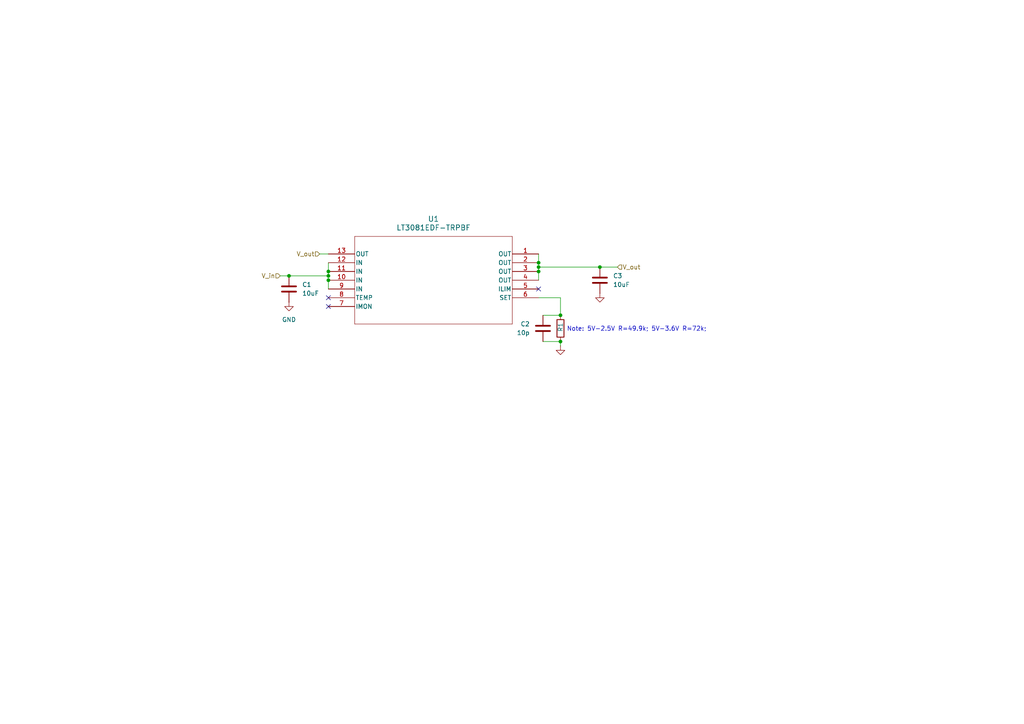
<source format=kicad_sch>
(kicad_sch (version 20250114) (generator "eeschema") (generator_version "9.0")
  (paper "A4")
  (lib_symbols
    (symbol "0_lib:LT3081EDF-TRPBF" (pin_names (offset 0.254))
      (property "Reference" "U" (at 30.48 10.16 0))
      (property "Value" "LT3081EDF-TRPBF" (at 30.48 7.62 0))
      (symbol "LT3081EDF-TRPBF_0_1"
        (polyline (pts (xy 7.62 5.08) (xy 7.62 -20.32)) (stroke (width 0.127)))
        (polyline (pts (xy 7.62 -20.32) (xy 53.34 -20.32)) (stroke (width 0.127)))
        (polyline (pts (xy 53.34 5.08) (xy 7.62 5.08)) (stroke (width 0.127)))
        (polyline (pts (xy 53.34 -20.32) (xy 53.34 5.08)) (stroke (width 0.127)))
        (pin output line (at 0 0 0) (length 7.62) (name "OUT") (number "1"))
        (pin output line (at 0 -2.54 0) (length 7.62) (name "OUT") (number "2"))
        (pin output line (at 0 -5.08 0) (length 7.62) (name "OUT") (number "3"))
        (pin output line (at 0 -7.62 0) (length 7.62) (name "OUT") (number "4"))
        (pin unspecified line (at 0 -10.16 0) (length 7.62) (name "ILIM") (number "5"))
        (pin unspecified line (at 0 -12.7 0) (length 7.62) (name "SET") (number "6"))
        (pin output line (at 60.96 0 180) (length 7.62) (name "OUT") (number "13"))
        (pin input line (at 60.96 -2.54 180) (length 7.62) (name "IN") (number "12"))
        (pin input line (at 60.96 -5.08 180) (length 7.62) (name "IN") (number "11"))
        (pin input line (at 60.96 -7.62 180) (length 7.62) (name "IN") (number "10"))
        (pin input line (at 60.96 -10.16 180) (length 7.62) (name "IN") (number "9"))
        (pin unspecified line (at 60.96 -12.7 180) (length 7.62) (name "TEMP") (number "8"))
        (pin unspecified line (at 60.96 -15.24 180) (length 7.62) (name "IMON") (number "7"))
      )
    )
    (symbol "Device:C" (pin_numbers (hide yes)) (pin_names (offset 0.254))
      (property "Reference" "C" (at 0.635 2.54 0))
      (property "Value" "C" (at 0.635 -2.54 0))
      (symbol "C_0_1"
        (polyline (pts (xy -2.032 0.762) (xy 2.032 0.762)) (stroke (width 0.508)))
        (polyline (pts (xy -2.032 -0.762) (xy 2.032 -0.762)) (stroke (width 0.508)))
      )
      (symbol "C_1_1"
        (pin passive line (at 0 3.81 270) (length 2.794) (name "~") (number "1"))
        (pin passive line (at 0 -3.81 90) (length 2.794) (name "~") (number "2"))
      )
    )
    (symbol "Device:R" (pin_numbers (hide yes)) (pin_names (offset 0))
      (property "Reference" "R" (at 2.032 0 90))
      (property "Value" "R" (at 0 0 90))
      (symbol "R_0_1"
        (rectangle (start -1.016 -2.54) (end 1.016 2.54) (stroke (width 0.254)))
      )
      (symbol "R_1_1"
        (pin passive line (at 0 3.81 270) (length 1.27) (name "~") (number "1"))
        (pin passive line (at 0 -3.81 90) (length 1.27) (name "~") (number "2"))
      )
    )
    (symbol "power:GND" (power) (pin_numbers (hide yes)) (pin_names (offset 0) (hide yes))
      (property "Value" "GND" (at 0 -3.81 0))
      (symbol "GND_0_1"
        (polyline (pts (xy 0 0) (xy 0 -1.27) (xy 1.27 -1.27) (xy 0 -2.54) (xy -1.27 -1.27) (xy 0 -1.27)))
      )
      (symbol "GND_1_1"
        (pin power_in line (at 0 0 270) (length 0) (name "~") (number "1"))
      )
    )
  )
  (text "Note: 5V-2.5V R=49.9k; 5V-3.6V R=72k;" (at 184.658 95.504 0) (effects (font (size 1.27 1.27))))
  (junction (at 156.21 78.74))
  (junction (at 95.25 81.28))
  (junction (at 162.56 99.06))
  (junction (at 95.25 78.74))
  (junction (at 95.25 80.01))
  (junction (at 162.56 91.44))
  (junction (at 83.82 80.01))
  (junction (at 173.99 77.47))
  (junction (at 156.21 76.2))
  (junction (at 156.21 77.47))
  (no_connect (at 95.25 86.36))
  (no_connect (at 156.21 83.82))
  (no_connect (at 95.25 88.9))
  (wire (pts (xy 162.56 100.33) (xy 162.56 99.06)))
  (wire (pts (xy 157.48 91.44) (xy 162.56 91.44)))
  (wire (pts (xy 156.21 77.47) (xy 173.99 77.47)))
  (wire (pts (xy 81.28 80.01) (xy 83.82 80.01)))
  (wire (pts (xy 157.48 99.06) (xy 162.56 99.06)))
  (wire (pts (xy 156.21 78.74) (xy 156.21 81.28)))
  (wire (pts (xy 156.21 73.66) (xy 156.21 76.2)))
  (wire (pts (xy 173.99 77.47) (xy 179.07 77.47)))
  (wire (pts (xy 156.21 76.2) (xy 156.21 77.47)))
  (wire (pts (xy 156.21 77.47) (xy 156.21 78.74)))
  (wire (pts (xy 83.82 80.01) (xy 95.25 80.01)))
  (wire (pts (xy 95.25 80.01) (xy 95.25 81.28)))
  (wire (pts (xy 95.25 81.28) (xy 95.25 83.82)))
  (wire (pts (xy 95.25 78.74) (xy 95.25 80.01)))
  (wire (pts (xy 162.56 86.36) (xy 162.56 91.44)))
  (wire (pts (xy 162.56 86.36) (xy 156.21 86.36)))
  (wire (pts (xy 92.71 73.66) (xy 95.25 73.66)))
  (wire (pts (xy 95.25 76.2) (xy 95.25 78.74)))
  (hierarchical_label "V_out" (shape input) (at 179.07 77.47 0))
  (hierarchical_label "V_out" (shape input) (at 92.71 73.66 180))
  (hierarchical_label "V_in" (shape input) (at 81.28 80.01 180))
  (symbol (lib_id "power:GND") (at 173.99 85.09 0) (unit 1)
    (property "Reference" "#PWR07" (effects (hide yes)))
    (property "Value" "GND" (effects (hide yes)))
    (property "Description" "Power symbol creates a global label with name \"GND\" , ground" (effects (hide yes)))
    (instances (project "Spartan7_PSU_Stamp_V0" (path "" (reference "#PWR07") (unit 1)) (path "" (reference "#PWR010") (unit 1))))
  )
  (symbol (lib_id "power:GND") (at 162.56 100.33 0) (unit 1)
    (property "Reference" "#PWR06" (effects (hide yes)))
    (property "Value" "GND" (effects (hide yes)))
    (property "Description" "Power symbol creates a global label with name \"GND\" , ground" (effects (hide yes)))
    (instances (project "Spartan7_PSU_Stamp_V0" (path "" (reference "#PWR06") (unit 1)) (path "" (reference "#PWR09") (unit 1))))
  )
  (symbol (lib_id "Device:C") (at 173.99 81.28 0) (unit 1)
    (property "Reference" "C3" (at 177.8 80.0099 0) (effects (justify left)))
    (property "Value" "10uF" (at 177.8 82.5499 0) (effects (justify left)))
    (property "Footprint" "Capacitor_SMD:C_0805_2012Metric" (effects (hide yes)))
    (property "Description" "Unpolarized capacitor" (effects (hide yes)))
    (instances (project "Spartan7_PSU_Stamp_V0" (path "" (reference "C3") (unit 1)) (path "" (reference "C6") (unit 1))))
  )
  (symbol (lib_id "0_lib:LT3081EDF-TRPBF") (at 156.21 73.66 0) (mirror y) (unit 1)
    (property "Reference" "U1" (at 125.73 63.5 0) (effects (font (size 1.524 1.524))))
    (property "Value" "LT3081EDF-TRPBF" (at 125.73 66.04 0) (effects (font (size 1.524 1.524))))
    (property "Footprint" "0_lib:DFN-12_DF_LIT-M" (effects (hide yes)))
    (property "Datasheet" "https://www.analog.com/media/en/technical-documentation/data-sheets/3081fc.pdf" (effects (hide yes)))
    (instances (project "" (path "" (reference "U1") (unit 1)) (path "" (reference "U2") (unit 1))))
  )
  (symbol (lib_id "power:GND") (at 83.82 87.63 0) (unit 1)
    (property "Reference" "#PWR05" (effects (hide yes)))
    (property "Value" "GND" (at 83.82 92.71 0))
    (property "Description" "Power symbol creates a global label with name \"GND\" , ground" (effects (hide yes)))
    (instances (project "Spartan7_PSU_Stamp_V0" (path "" (reference "#PWR05") (unit 1)) (path "" (reference "#PWR08") (unit 1))))
  )
  (symbol (lib_id "Device:C") (at 157.48 95.25 0) (mirror y) (unit 1)
    (property "Reference" "C2" (at 153.67 93.9799 0) (effects (justify left)))
    (property "Value" "10p" (at 153.67 96.5199 0) (effects (justify left)))
    (property "Footprint" "Capacitor_SMD:C_0603_1608Metric" (effects (hide yes)))
    (property "Description" "Unpolarized capacitor" (effects (hide yes)))
    (instances (project "Spartan7_PSU_Stamp_V0" (path "" (reference "C2") (unit 1)) (path "" (reference "C5") (unit 1))))
  )
  (symbol (lib_id "Device:R") (at 162.56 95.25 0) (unit 1)
    (property "Reference" "R1" (at 162.56 96.266 90) (effects (justify left)))
    (property "Value" "40k" (effects (hide yes)))
    (property "Footprint" "Resistor_SMD:R_0603_1608Metric" (effects (hide yes)))
    (property "Description" "Resistor" (effects (hide yes)))
    (instances (project "" (path "" (reference "R1") (unit 1)) (path "" (reference "R2") (unit 1))))
  )
  (symbol (lib_id "Device:C") (at 83.82 83.82 0) (unit 1)
    (property "Reference" "C1" (at 87.63 82.5499 0) (effects (justify left)))
    (property "Value" "10uF" (at 87.63 85.0899 0) (effects (justify left)))
    (property "Footprint" "Capacitor_SMD:C_0805_2012Metric" (effects (hide yes)))
    (property "Description" "Unpolarized capacitor" (effects (hide yes)))
    (instances (project "" (path "" (reference "C1") (unit 1)) (path "" (reference "C4") (unit 1))))
  )
)
</source>
